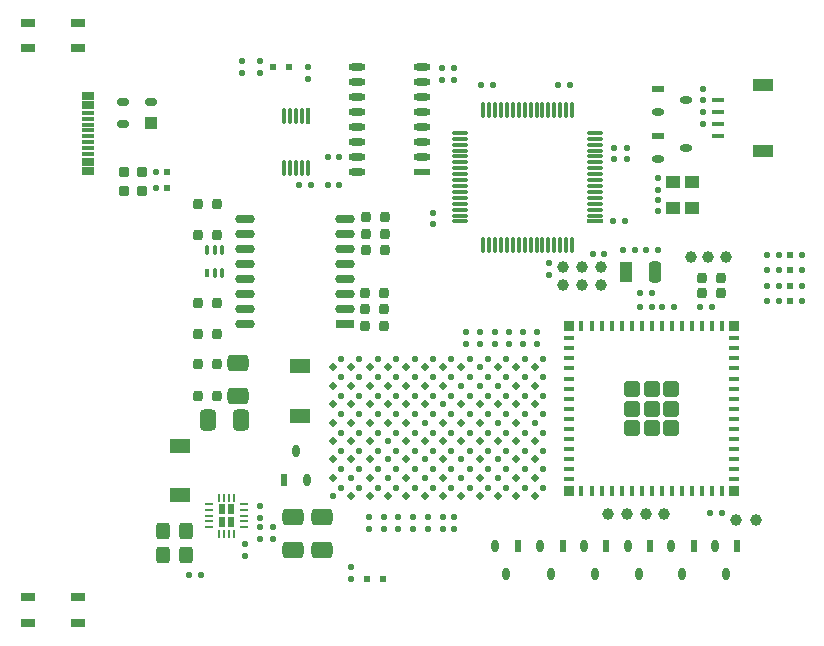
<source format=gtp>
G04*
G04 #@! TF.GenerationSoftware,Altium Limited,Altium Designer,23.7.1 (13)*
G04*
G04 Layer_Color=8421504*
%FSLAX44Y44*%
%MOMM*%
G71*
G04*
G04 #@! TF.SameCoordinates,1C2F31F7-A32A-4C1B-961E-631C19F8B413*
G04*
G04*
G04 #@! TF.FilePolarity,Positive*
G04*
G01*
G75*
%ADD21R,0.6000X0.9000*%
%ADD22R,0.2000X0.7000*%
%ADD23C,1.0000*%
G04:AMPARAMS|DCode=24|XSize=1.2mm|YSize=0.65mm|CornerRadius=0.0325mm|HoleSize=0mm|Usage=FLASHONLY|Rotation=180.000|XOffset=0mm|YOffset=0mm|HoleType=Round|Shape=RoundedRectangle|*
%AMROUNDEDRECTD24*
21,1,1.2000,0.5850,0,0,180.0*
21,1,1.1350,0.6500,0,0,180.0*
1,1,0.0650,-0.5675,0.2925*
1,1,0.0650,0.5675,0.2925*
1,1,0.0650,0.5675,-0.2925*
1,1,0.0650,-0.5675,-0.2925*
%
%ADD24ROUNDEDRECTD24*%
G04:AMPARAMS|DCode=25|XSize=0.4mm|YSize=0.85mm|CornerRadius=0.08mm|HoleSize=0mm|Usage=FLASHONLY|Rotation=0.000|XOffset=0mm|YOffset=0mm|HoleType=Round|Shape=RoundedRectangle|*
%AMROUNDEDRECTD25*
21,1,0.4000,0.6900,0,0,0.0*
21,1,0.2400,0.8500,0,0,0.0*
1,1,0.1600,0.1200,-0.3450*
1,1,0.1600,-0.1200,-0.3450*
1,1,0.1600,-0.1200,0.3450*
1,1,0.1600,0.1200,0.3450*
%
%ADD25ROUNDEDRECTD25*%
G04:AMPARAMS|DCode=26|XSize=0.5mm|YSize=0.5mm|CornerRadius=0.125mm|HoleSize=0mm|Usage=FLASHONLY|Rotation=0.000|XOffset=0mm|YOffset=0mm|HoleType=Round|Shape=RoundedRectangle|*
%AMROUNDEDRECTD26*
21,1,0.5000,0.2500,0,0,0.0*
21,1,0.2500,0.5000,0,0,0.0*
1,1,0.2500,0.1250,-0.1250*
1,1,0.2500,-0.1250,-0.1250*
1,1,0.2500,-0.1250,0.1250*
1,1,0.2500,0.1250,0.1250*
%
%ADD26ROUNDEDRECTD26*%
%ADD27O,1.4500X0.6000*%
G04:AMPARAMS|DCode=28|XSize=0.8mm|YSize=0.9mm|CornerRadius=0.2mm|HoleSize=0mm|Usage=FLASHONLY|Rotation=90.000|XOffset=0mm|YOffset=0mm|HoleType=Round|Shape=RoundedRectangle|*
%AMROUNDEDRECTD28*
21,1,0.8000,0.5000,0,0,90.0*
21,1,0.4000,0.9000,0,0,90.0*
1,1,0.4000,0.2500,0.2000*
1,1,0.4000,0.2500,-0.2000*
1,1,0.4000,-0.2500,-0.2000*
1,1,0.4000,-0.2500,0.2000*
%
%ADD28ROUNDEDRECTD28*%
G04:AMPARAMS|DCode=29|XSize=0.8mm|YSize=0.9mm|CornerRadius=0.2mm|HoleSize=0mm|Usage=FLASHONLY|Rotation=0.000|XOffset=0mm|YOffset=0mm|HoleType=Round|Shape=RoundedRectangle|*
%AMROUNDEDRECTD29*
21,1,0.8000,0.5000,0,0,0.0*
21,1,0.4000,0.9000,0,0,0.0*
1,1,0.4000,0.2000,-0.2500*
1,1,0.4000,-0.2000,-0.2500*
1,1,0.4000,-0.2000,0.2500*
1,1,0.4000,0.2000,0.2500*
%
%ADD29ROUNDEDRECTD29*%
G04:AMPARAMS|DCode=30|XSize=0.6mm|YSize=1.08mm|CornerRadius=0.06mm|HoleSize=0mm|Usage=FLASHONLY|Rotation=270.000|XOffset=0mm|YOffset=0mm|HoleType=Round|Shape=RoundedRectangle|*
%AMROUNDEDRECTD30*
21,1,0.6000,0.9600,0,0,270.0*
21,1,0.4800,1.0800,0,0,270.0*
1,1,0.1200,-0.4800,-0.2400*
1,1,0.1200,-0.4800,0.2400*
1,1,0.1200,0.4800,0.2400*
1,1,0.1200,0.4800,-0.2400*
%
%ADD30ROUNDEDRECTD30*%
G04:AMPARAMS|DCode=31|XSize=0.3mm|YSize=1.08mm|CornerRadius=0.03mm|HoleSize=0mm|Usage=FLASHONLY|Rotation=90.000|XOffset=0mm|YOffset=0mm|HoleType=Round|Shape=RoundedRectangle|*
%AMROUNDEDRECTD31*
21,1,0.3000,1.0200,0,0,90.0*
21,1,0.2400,1.0800,0,0,90.0*
1,1,0.0600,0.5100,0.1200*
1,1,0.0600,0.5100,-0.1200*
1,1,0.0600,-0.5100,-0.1200*
1,1,0.0600,-0.5100,0.1200*
%
%ADD31ROUNDEDRECTD31*%
G04:AMPARAMS|DCode=32|XSize=0.5mm|YSize=0.5mm|CornerRadius=0.125mm|HoleSize=0mm|Usage=FLASHONLY|Rotation=90.000|XOffset=0mm|YOffset=0mm|HoleType=Round|Shape=RoundedRectangle|*
%AMROUNDEDRECTD32*
21,1,0.5000,0.2500,0,0,90.0*
21,1,0.2500,0.5000,0,0,90.0*
1,1,0.2500,0.1250,0.1250*
1,1,0.2500,0.1250,-0.1250*
1,1,0.2500,-0.1250,-0.1250*
1,1,0.2500,-0.1250,0.1250*
%
%ADD32ROUNDEDRECTD32*%
G04:AMPARAMS|DCode=33|XSize=1.4mm|YSize=1.8mm|CornerRadius=0.35mm|HoleSize=0mm|Usage=FLASHONLY|Rotation=90.000|XOffset=0mm|YOffset=0mm|HoleType=Round|Shape=RoundedRectangle|*
%AMROUNDEDRECTD33*
21,1,1.4000,1.1000,0,0,90.0*
21,1,0.7000,1.8000,0,0,90.0*
1,1,0.7000,0.5500,0.3500*
1,1,0.7000,0.5500,-0.3500*
1,1,0.7000,-0.5500,-0.3500*
1,1,0.7000,-0.5500,0.3500*
%
%ADD33ROUNDEDRECTD33*%
G04:AMPARAMS|DCode=34|XSize=0.5mm|YSize=0.5mm|CornerRadius=0.125mm|HoleSize=0mm|Usage=FLASHONLY|Rotation=45.000|XOffset=0mm|YOffset=0mm|HoleType=Round|Shape=RoundedRectangle|*
%AMROUNDEDRECTD34*
21,1,0.5000,0.2500,0,0,45.0*
21,1,0.2500,0.5000,0,0,45.0*
1,1,0.2500,0.1768,0.0000*
1,1,0.2500,0.0000,-0.1768*
1,1,0.2500,-0.1768,0.0000*
1,1,0.2500,0.0000,0.1768*
%
%ADD34ROUNDEDRECTD34*%
%ADD35P,0.7071X4X90.0*%
%ADD36O,0.6000X1.1000*%
%ADD37R,0.6000X1.1000*%
%ADD38R,0.3000X1.4500*%
%ADD39O,0.3000X1.4500*%
G04:AMPARAMS|DCode=40|XSize=1.4mm|YSize=1.8mm|CornerRadius=0.35mm|HoleSize=0mm|Usage=FLASHONLY|Rotation=180.000|XOffset=0mm|YOffset=0mm|HoleType=Round|Shape=RoundedRectangle|*
%AMROUNDEDRECTD40*
21,1,1.4000,1.1000,0,0,180.0*
21,1,0.7000,1.8000,0,0,180.0*
1,1,0.7000,-0.3500,0.5500*
1,1,0.7000,0.3500,0.5500*
1,1,0.7000,0.3500,-0.5500*
1,1,0.7000,-0.3500,-0.5500*
%
%ADD40ROUNDEDRECTD40*%
%ADD41R,0.5000X0.6000*%
%ADD42R,0.5000X0.5000*%
%ADD43R,1.7600X1.3000*%
%ADD44O,1.6500X0.7600*%
%ADD45R,1.6500X0.7600*%
%ADD46O,0.4000X0.8000*%
%ADD47R,0.4000X0.8000*%
%ADD48R,1.4500X0.6000*%
G04:AMPARAMS|DCode=49|XSize=0.9mm|YSize=0.8mm|CornerRadius=0.2mm|HoleSize=0mm|Usage=FLASHONLY|Rotation=90.000|XOffset=0mm|YOffset=0mm|HoleType=Round|Shape=RoundedRectangle|*
%AMROUNDEDRECTD49*
21,1,0.9000,0.4000,0,0,90.0*
21,1,0.5000,0.8000,0,0,90.0*
1,1,0.4000,0.2000,0.2500*
1,1,0.4000,0.2000,-0.2500*
1,1,0.4000,-0.2000,-0.2500*
1,1,0.4000,-0.2000,0.2500*
%
%ADD49ROUNDEDRECTD49*%
G04:AMPARAMS|DCode=50|XSize=1.3mm|YSize=1.3mm|CornerRadius=0.13mm|HoleSize=0mm|Usage=FLASHONLY|Rotation=180.000|XOffset=0mm|YOffset=0mm|HoleType=Round|Shape=RoundedRectangle|*
%AMROUNDEDRECTD50*
21,1,1.3000,1.0400,0,0,180.0*
21,1,1.0400,1.3000,0,0,180.0*
1,1,0.2600,-0.5200,0.5200*
1,1,0.2600,0.5200,0.5200*
1,1,0.2600,0.5200,-0.5200*
1,1,0.2600,-0.5200,-0.5200*
%
%ADD50ROUNDEDRECTD50*%
%ADD51R,0.4000X0.8500*%
%ADD52R,0.8500X0.8500*%
G04:AMPARAMS|DCode=53|XSize=0.4mm|YSize=0.85mm|CornerRadius=0.08mm|HoleSize=0mm|Usage=FLASHONLY|Rotation=90.000|XOffset=0mm|YOffset=0mm|HoleType=Round|Shape=RoundedRectangle|*
%AMROUNDEDRECTD53*
21,1,0.4000,0.6900,0,0,90.0*
21,1,0.2400,0.8500,0,0,90.0*
1,1,0.1600,0.3450,0.1200*
1,1,0.1600,0.3450,-0.1200*
1,1,0.1600,-0.3450,-0.1200*
1,1,0.1600,-0.3450,0.1200*
%
%ADD53ROUNDEDRECTD53*%
G04:AMPARAMS|DCode=54|XSize=1.2mm|YSize=1.4mm|CornerRadius=0.3mm|HoleSize=0mm|Usage=FLASHONLY|Rotation=0.000|XOffset=0mm|YOffset=0mm|HoleType=Round|Shape=RoundedRectangle|*
%AMROUNDEDRECTD54*
21,1,1.2000,0.8000,0,0,0.0*
21,1,0.6000,1.4000,0,0,0.0*
1,1,0.6000,0.3000,-0.4000*
1,1,0.6000,-0.3000,-0.4000*
1,1,0.6000,-0.3000,0.4000*
1,1,0.6000,0.3000,0.4000*
%
%ADD54ROUNDEDRECTD54*%
%ADD55O,1.1000X0.6000*%
%ADD56R,1.1000X0.6000*%
%ADD57R,1.0000X1.0500*%
G04:AMPARAMS|DCode=58|XSize=0.65mm|YSize=1mm|CornerRadius=0.1625mm|HoleSize=0mm|Usage=FLASHONLY|Rotation=270.000|XOffset=0mm|YOffset=0mm|HoleType=Round|Shape=RoundedRectangle|*
%AMROUNDEDRECTD58*
21,1,0.6500,0.6750,0,0,270.0*
21,1,0.3250,1.0000,0,0,270.0*
1,1,0.3250,-0.3375,-0.1625*
1,1,0.3250,-0.3375,0.1625*
1,1,0.3250,0.3375,0.1625*
1,1,0.3250,0.3375,-0.1625*
%
%ADD58ROUNDEDRECTD58*%
%ADD59O,1.4500X0.3000*%
%ADD60R,1.4500X0.3000*%
%ADD61R,1.2000X1.1000*%
G04:AMPARAMS|DCode=62|XSize=1mm|YSize=1.8mm|CornerRadius=0.25mm|HoleSize=0mm|Usage=FLASHONLY|Rotation=0.000|XOffset=0mm|YOffset=0mm|HoleType=Round|Shape=RoundedRectangle|*
%AMROUNDEDRECTD62*
21,1,1.0000,1.3000,0,0,0.0*
21,1,0.5000,1.8000,0,0,0.0*
1,1,0.5000,0.2500,-0.6500*
1,1,0.5000,-0.2500,-0.6500*
1,1,0.5000,-0.2500,0.6500*
1,1,0.5000,0.2500,0.6500*
%
%ADD62ROUNDEDRECTD62*%
%ADD63R,1.0000X1.8000*%
G04:AMPARAMS|DCode=64|XSize=1.1mm|YSize=0.4mm|CornerRadius=0.14mm|HoleSize=0mm|Usage=FLASHONLY|Rotation=180.000|XOffset=0mm|YOffset=0mm|HoleType=Round|Shape=RoundedRectangle|*
%AMROUNDEDRECTD64*
21,1,1.1000,0.1200,0,0,180.0*
21,1,0.8200,0.4000,0,0,180.0*
1,1,0.2800,-0.4100,0.0600*
1,1,0.2800,0.4100,0.0600*
1,1,0.2800,0.4100,-0.0600*
1,1,0.2800,-0.4100,-0.0600*
%
%ADD64ROUNDEDRECTD64*%
G04:AMPARAMS|DCode=65|XSize=1.7mm|YSize=1mm|CornerRadius=0.075mm|HoleSize=0mm|Usage=FLASHONLY|Rotation=180.000|XOffset=0mm|YOffset=0mm|HoleType=Round|Shape=RoundedRectangle|*
%AMROUNDEDRECTD65*
21,1,1.7000,0.8500,0,0,180.0*
21,1,1.5500,1.0000,0,0,180.0*
1,1,0.1500,-0.7750,0.4250*
1,1,0.1500,0.7750,0.4250*
1,1,0.1500,0.7750,-0.4250*
1,1,0.1500,-0.7750,-0.4250*
%
%ADD65ROUNDEDRECTD65*%
%ADD66R,1.1000X0.4000*%
%ADD67O,0.8000X0.2000*%
%ADD68R,0.8000X0.2000*%
D21*
X688001Y608999D02*
D03*
X696000Y609001D02*
D03*
X687999Y598001D02*
D03*
X695999Y598000D02*
D03*
D22*
X697999Y588250D02*
D03*
X694000Y588250D02*
D03*
X686001Y588249D02*
D03*
X690001Y588250D02*
D03*
X686001Y618749D02*
D03*
X690001Y618749D02*
D03*
X697999Y618750D02*
D03*
X694001Y618749D02*
D03*
D23*
X1140000Y600000D02*
D03*
X1123000D02*
D03*
X1062000Y605000D02*
D03*
X1047000D02*
D03*
X1031000D02*
D03*
X1015000D02*
D03*
X977000Y799000D02*
D03*
Y814000D02*
D03*
X993000Y799000D02*
D03*
Y814000D02*
D03*
X1009000Y799000D02*
D03*
Y814000D02*
D03*
X1100000Y822000D02*
D03*
X1115000D02*
D03*
X1085000D02*
D03*
D24*
X523500Y512750D02*
D03*
Y534250D02*
D03*
X566500Y512750D02*
D03*
Y534250D02*
D03*
X523500Y999250D02*
D03*
Y1020750D02*
D03*
X566500Y999250D02*
D03*
Y1020750D02*
D03*
D25*
X1060500Y624000D02*
D03*
X1069000D02*
D03*
X1111500D02*
D03*
X1103000Y764000D02*
D03*
X1094500D02*
D03*
X1077500Y764000D02*
D03*
X1086000Y764000D02*
D03*
X1069000D02*
D03*
X1060500D02*
D03*
X1052000D02*
D03*
X1043500D02*
D03*
X1035000D02*
D03*
X1026500D02*
D03*
X1018000Y764000D02*
D03*
X1103000Y624000D02*
D03*
X1094500D02*
D03*
X1077500D02*
D03*
X1086000Y624000D02*
D03*
X1052000D02*
D03*
X1043500Y624000D02*
D03*
X1035000Y624000D02*
D03*
X1026500Y624000D02*
D03*
X1018000Y624000D02*
D03*
X1009500Y764000D02*
D03*
X1001000Y764000D02*
D03*
X992500Y764000D02*
D03*
X1009500Y624000D02*
D03*
X1001000D02*
D03*
X992500D02*
D03*
D26*
X885000Y602500D02*
D03*
Y592000D02*
D03*
X1111500Y606000D02*
D03*
X875000Y602500D02*
D03*
Y592000D02*
D03*
X1029000Y852500D02*
D03*
X1019000D02*
D03*
X670000Y553500D02*
D03*
X660000D02*
D03*
X1160000Y798000D02*
D03*
X1150000D02*
D03*
X1052000Y792000D02*
D03*
X1042000D02*
D03*
X1052000Y780000D02*
D03*
X1042000D02*
D03*
X1070500D02*
D03*
X1060500D02*
D03*
X1160000Y824000D02*
D03*
X1150000D02*
D03*
X1160000Y811000D02*
D03*
X1150000D02*
D03*
X1160000Y785000D02*
D03*
X1150000D02*
D03*
X753500Y883000D02*
D03*
X763500D02*
D03*
X1179000Y824000D02*
D03*
Y811000D02*
D03*
Y798000D02*
D03*
Y785000D02*
D03*
X777500Y883000D02*
D03*
X787500D02*
D03*
X777500Y907000D02*
D03*
X787500D02*
D03*
X1103000Y780000D02*
D03*
X1093000D02*
D03*
X1101500Y606000D02*
D03*
X632000Y894000D02*
D03*
Y881000D02*
D03*
X982500Y967750D02*
D03*
X972500D02*
D03*
X1057000Y828000D02*
D03*
X1047000D02*
D03*
X1038000D02*
D03*
X1028000D02*
D03*
X917500Y967750D02*
D03*
X907500D02*
D03*
X1002000Y825000D02*
D03*
X1012000D02*
D03*
D27*
X857250Y970750D02*
D03*
X857250Y983450D02*
D03*
X857250Y907250D02*
D03*
X857250Y919950D02*
D03*
Y932650D02*
D03*
Y945350D02*
D03*
Y958050D02*
D03*
X802750Y894550D02*
D03*
Y907250D02*
D03*
Y919950D02*
D03*
Y932650D02*
D03*
Y945350D02*
D03*
Y958050D02*
D03*
Y970750D02*
D03*
Y983450D02*
D03*
D28*
X620000Y878000D02*
D03*
Y894000D02*
D03*
X605000Y878000D02*
D03*
Y894000D02*
D03*
D29*
X668000Y867500D02*
D03*
X684000D02*
D03*
X810000Y842000D02*
D03*
X826000D02*
D03*
X809000Y778000D02*
D03*
X825000D02*
D03*
X1094500Y792000D02*
D03*
X1110500D02*
D03*
X684000Y841000D02*
D03*
X668000D02*
D03*
X684000Y731500D02*
D03*
X668000D02*
D03*
X810000Y828000D02*
D03*
X826000D02*
D03*
X810000Y856000D02*
D03*
X826000D02*
D03*
X825000Y764000D02*
D03*
X809000D02*
D03*
X825000Y792000D02*
D03*
X809000D02*
D03*
X684000Y783500D02*
D03*
X668000D02*
D03*
X668000Y757500D02*
D03*
X684000D02*
D03*
X668000Y704500D02*
D03*
X684000D02*
D03*
D30*
X574500Y895000D02*
D03*
Y959000D02*
D03*
Y951000D02*
D03*
Y903000D02*
D03*
D31*
Y944500D02*
D03*
Y939500D02*
D03*
Y934500D02*
D03*
Y929500D02*
D03*
Y924500D02*
D03*
Y919500D02*
D03*
Y914500D02*
D03*
Y909500D02*
D03*
D32*
X895000Y759000D02*
D03*
X895000Y749000D02*
D03*
X964691Y817309D02*
D03*
Y807309D02*
D03*
X761000Y983000D02*
D03*
Y973000D02*
D03*
X874000Y982000D02*
D03*
Y972000D02*
D03*
X885000Y982000D02*
D03*
Y972000D02*
D03*
X708000Y569500D02*
D03*
Y579500D02*
D03*
X731000Y583500D02*
D03*
Y593500D02*
D03*
X720000Y988000D02*
D03*
Y978000D02*
D03*
X705000Y988000D02*
D03*
Y978000D02*
D03*
X797500Y560000D02*
D03*
Y550000D02*
D03*
X720000Y583500D02*
D03*
Y593500D02*
D03*
Y601500D02*
D03*
Y611500D02*
D03*
X955000Y749000D02*
D03*
X955000Y759000D02*
D03*
X919000Y749000D02*
D03*
X919000Y759000D02*
D03*
X907000Y749000D02*
D03*
X907000Y759000D02*
D03*
X931000Y749000D02*
D03*
X931000Y759000D02*
D03*
X943000Y749000D02*
D03*
X943000Y759000D02*
D03*
X812500Y602500D02*
D03*
X812500Y592500D02*
D03*
X825000Y602500D02*
D03*
X825000Y592500D02*
D03*
X862500Y602500D02*
D03*
Y592500D02*
D03*
X850000Y602500D02*
D03*
X850000Y592500D02*
D03*
X1095000Y945000D02*
D03*
Y935000D02*
D03*
Y955000D02*
D03*
Y965000D02*
D03*
X837500Y602500D02*
D03*
X837500Y592500D02*
D03*
X1031000Y915000D02*
D03*
Y905000D02*
D03*
X1057000Y871000D02*
D03*
Y861000D02*
D03*
Y889000D02*
D03*
Y879000D02*
D03*
X1020000Y915000D02*
D03*
Y905000D02*
D03*
X867000Y860000D02*
D03*
Y850000D02*
D03*
D33*
X772500Y602500D02*
D03*
Y574500D02*
D03*
X748000Y602500D02*
D03*
X748000Y574500D02*
D03*
X701750Y732500D02*
D03*
Y704500D02*
D03*
D34*
X789000Y704887D02*
D03*
X804556Y720444D02*
D03*
X866781Y627105D02*
D03*
X851225Y627105D02*
D03*
X835668Y627105D02*
D03*
X960119Y658217D02*
D03*
X820112Y627105D02*
D03*
X944562Y658217D02*
D03*
X804556Y627105D02*
D03*
X921935Y651146D02*
D03*
X929006Y658217D02*
D03*
X897894Y673774D02*
D03*
X781929Y620034D02*
D03*
X789000Y627105D02*
D03*
X913450Y658217D02*
D03*
X882338Y673774D02*
D03*
X960118Y642661D02*
D03*
X890823Y651146D02*
D03*
X897894Y658217D02*
D03*
X866781Y673774D02*
D03*
X859710Y682260D02*
D03*
X866781Y689331D02*
D03*
X944562Y642661D02*
D03*
X882337Y658218D02*
D03*
X851225Y673774D02*
D03*
X851225Y689331D02*
D03*
X921935Y635590D02*
D03*
X929006Y642661D02*
D03*
X859710Y651147D02*
D03*
X866781Y658218D02*
D03*
X828598Y666703D02*
D03*
X835669Y673774D02*
D03*
X835669Y689331D02*
D03*
X866782Y704887D02*
D03*
X913450Y642661D02*
D03*
X851225Y658218D02*
D03*
X820113Y673774D02*
D03*
X820113Y689331D02*
D03*
X851225Y704887D02*
D03*
X890823Y635590D02*
D03*
X897894Y642661D02*
D03*
X828598Y651147D02*
D03*
X835669Y658218D02*
D03*
X804556Y673774D02*
D03*
Y689331D02*
D03*
X835669Y704887D02*
D03*
X890823Y713372D02*
D03*
X897894Y720443D02*
D03*
X882337Y642661D02*
D03*
X820113Y658218D02*
D03*
X789000Y673774D02*
D03*
X789000Y689331D02*
D03*
X820113Y704887D02*
D03*
X882338Y720443D02*
D03*
X960118Y627104D02*
D03*
X859710Y635590D02*
D03*
X866781Y642661D02*
D03*
X804556Y658218D02*
D03*
X953048Y682259D02*
D03*
X960119Y689330D02*
D03*
X960119Y704886D02*
D03*
X804556Y704887D02*
D03*
X866782Y720443D02*
D03*
X960119Y735999D02*
D03*
X944562Y627104D02*
D03*
X851225Y642661D02*
D03*
X789000Y658218D02*
D03*
X944563Y689330D02*
D03*
X944563Y704886D02*
D03*
X851225Y720444D02*
D03*
X944563Y735999D02*
D03*
X929006Y627104D02*
D03*
X828597Y635590D02*
D03*
X835669Y642661D02*
D03*
X960119Y673773D02*
D03*
X921935Y682259D02*
D03*
X929006Y689330D02*
D03*
X929007Y704887D02*
D03*
X960119Y720443D02*
D03*
X835669Y720444D02*
D03*
X929007Y736000D02*
D03*
X866782Y736000D02*
D03*
X913450Y627104D02*
D03*
X820112Y642662D02*
D03*
X944563Y673774D02*
D03*
X913450Y689330D02*
D03*
X913450Y704887D02*
D03*
X944563Y720443D02*
D03*
X820113Y720444D02*
D03*
X906379Y728929D02*
D03*
X913450Y736000D02*
D03*
X851225Y736000D02*
D03*
X897893Y627104D02*
D03*
X797485Y635591D02*
D03*
X804556Y642662D02*
D03*
X929006Y673774D02*
D03*
X897894Y689330D02*
D03*
X897894Y704887D02*
D03*
X921936Y713372D02*
D03*
X929007Y720443D02*
D03*
X882337Y627105D02*
D03*
X789000Y642662D02*
D03*
X913450Y673774D02*
D03*
X882338Y689331D02*
D03*
X875267Y697816D02*
D03*
X882338Y704887D02*
D03*
X906379Y713372D02*
D03*
X913450Y720443D02*
D03*
X897894Y736000D02*
D03*
X835669Y736000D02*
D03*
X804556D02*
D03*
X789000Y720444D02*
D03*
X882338Y736000D02*
D03*
X820113Y736000D02*
D03*
X789000D02*
D03*
D35*
X781929Y697816D02*
D03*
X797485Y713373D02*
D03*
X859710Y620034D02*
D03*
X844154Y620034D02*
D03*
X828597Y620034D02*
D03*
X953048Y651146D02*
D03*
X813041Y620034D02*
D03*
X937491Y651146D02*
D03*
X797485Y620034D02*
D03*
X890823Y666703D02*
D03*
X906379Y651146D02*
D03*
X875266Y666703D02*
D03*
X953047Y635589D02*
D03*
X859710Y666703D02*
D03*
X937491Y635589D02*
D03*
X875266Y651146D02*
D03*
X844154Y666703D02*
D03*
X844154Y682260D02*
D03*
X828598Y682260D02*
D03*
X859710Y697816D02*
D03*
X906379Y635590D02*
D03*
X844154Y651147D02*
D03*
X813042Y666703D02*
D03*
X813042Y682260D02*
D03*
X844154Y697816D02*
D03*
X797485Y666703D02*
D03*
X797485Y682260D02*
D03*
X828598Y697816D02*
D03*
X875266Y635590D02*
D03*
X813041Y651147D02*
D03*
X781929Y666703D02*
D03*
X781929Y682260D02*
D03*
X813042Y697816D02*
D03*
X875267Y713372D02*
D03*
X953047Y620033D02*
D03*
X797485Y651147D02*
D03*
X953048Y697815D02*
D03*
X797485Y697816D02*
D03*
X859711Y713372D02*
D03*
X953048Y728928D02*
D03*
X937491Y620033D02*
D03*
X844154Y635590D02*
D03*
X781929Y651147D02*
D03*
X937492Y682259D02*
D03*
X937492Y697815D02*
D03*
X844154Y713372D02*
D03*
X937492Y728928D02*
D03*
X921935Y620033D02*
D03*
X953048Y666702D02*
D03*
X921935Y697816D02*
D03*
X953048Y713372D02*
D03*
X828598Y713372D02*
D03*
X921936Y728929D02*
D03*
X859711Y728929D02*
D03*
X906379Y620033D02*
D03*
X813041Y635590D02*
D03*
X937492Y666702D02*
D03*
X906379Y682259D02*
D03*
X906379Y697816D02*
D03*
X937492Y713372D02*
D03*
X813042Y713373D02*
D03*
X844154Y728929D02*
D03*
X890822Y620033D02*
D03*
X921935Y666703D02*
D03*
X890823Y682259D02*
D03*
X890823Y697816D02*
D03*
X875266Y620033D02*
D03*
X781929Y635591D02*
D03*
X906379Y666703D02*
D03*
X875267Y682259D02*
D03*
X890823Y728929D02*
D03*
X828598Y728929D02*
D03*
X797485Y728929D02*
D03*
X781929Y713372D02*
D03*
X875267Y728929D02*
D03*
X813042Y728929D02*
D03*
X781929Y728929D02*
D03*
D36*
X750500Y658000D02*
D03*
X760000Y634000D02*
D03*
X929000Y554000D02*
D03*
X919500Y578000D02*
D03*
X967000Y554000D02*
D03*
X957500Y578000D02*
D03*
X1004000Y554000D02*
D03*
X994500Y578000D02*
D03*
X1041000Y554000D02*
D03*
X1031500Y578000D02*
D03*
X1078000Y554000D02*
D03*
X1068500Y578000D02*
D03*
X1115000Y554000D02*
D03*
X1105500Y578000D02*
D03*
D37*
X741000Y634000D02*
D03*
X938500Y578000D02*
D03*
X976500D02*
D03*
X1013500D02*
D03*
X1050500Y578000D02*
D03*
X1087500Y578000D02*
D03*
X1124500Y578000D02*
D03*
D38*
X761000Y942000D02*
D03*
D39*
X756000D02*
D03*
X751000D02*
D03*
X746000D02*
D03*
X741000D02*
D03*
X761000Y898000D02*
D03*
X756000D02*
D03*
X751000D02*
D03*
X746000D02*
D03*
X741000D02*
D03*
X984500Y832750D02*
D03*
X979500D02*
D03*
X974500D02*
D03*
X969500D02*
D03*
X964500Y832750D02*
D03*
X959500D02*
D03*
X954500Y832750D02*
D03*
X949500D02*
D03*
X944500D02*
D03*
X939500D02*
D03*
X934500Y832750D02*
D03*
X929500D02*
D03*
X924500Y832750D02*
D03*
X919500D02*
D03*
X914500D02*
D03*
X909500D02*
D03*
Y947250D02*
D03*
X914500D02*
D03*
X919500D02*
D03*
X924500D02*
D03*
X929500Y947250D02*
D03*
X934500D02*
D03*
X939500Y947250D02*
D03*
X944500D02*
D03*
X949500D02*
D03*
X954500D02*
D03*
X959500Y947250D02*
D03*
X964500D02*
D03*
X969500Y947250D02*
D03*
X974500D02*
D03*
X979500D02*
D03*
X984500D02*
D03*
D40*
X704000Y684500D02*
D03*
X676000D02*
D03*
D41*
X810500Y550000D02*
D03*
X824500D02*
D03*
X745000Y983000D02*
D03*
X731000D02*
D03*
D42*
X1169000Y824000D02*
D03*
Y811000D02*
D03*
Y798000D02*
D03*
Y785000D02*
D03*
X642000Y894000D02*
D03*
Y881000D02*
D03*
D43*
X754000Y688000D02*
D03*
Y730000D02*
D03*
X653000Y662500D02*
D03*
Y620500D02*
D03*
D44*
X792550Y854450D02*
D03*
Y841750D02*
D03*
Y829050D02*
D03*
Y816350D02*
D03*
Y803650D02*
D03*
Y790950D02*
D03*
Y778250D02*
D03*
X707450Y765550D02*
D03*
Y778250D02*
D03*
Y790950D02*
D03*
Y803650D02*
D03*
Y816350D02*
D03*
Y829050D02*
D03*
Y841750D02*
D03*
Y854450D02*
D03*
D45*
X792550Y765550D02*
D03*
D46*
X688500Y828500D02*
D03*
X682000D02*
D03*
X675500D02*
D03*
X688500Y808500D02*
D03*
X682000D02*
D03*
D47*
X675500D02*
D03*
D48*
X857250Y894550D02*
D03*
D49*
X1094500Y805000D02*
D03*
X1110500D02*
D03*
D50*
X1035500Y710500D02*
D03*
X1052000D02*
D03*
X1068500Y710500D02*
D03*
Y694000D02*
D03*
X1052000D02*
D03*
X1035500D02*
D03*
X1035500Y677500D02*
D03*
X1052000Y677500D02*
D03*
X1068500Y677500D02*
D03*
D51*
X1111500Y764000D02*
D03*
D52*
X1122000D02*
D03*
Y624000D02*
D03*
X982000Y764000D02*
D03*
X982000Y624000D02*
D03*
D53*
X1122000Y753500D02*
D03*
Y745000D02*
D03*
Y736500D02*
D03*
Y719500D02*
D03*
Y728000D02*
D03*
Y711000D02*
D03*
Y702500D02*
D03*
Y694000D02*
D03*
X1122000Y677000D02*
D03*
X1122000Y685500D02*
D03*
Y668500D02*
D03*
Y660000D02*
D03*
Y651500D02*
D03*
Y634500D02*
D03*
Y643000D02*
D03*
X982000Y753500D02*
D03*
X982000Y745000D02*
D03*
Y736500D02*
D03*
X982000Y719500D02*
D03*
X982000Y728000D02*
D03*
Y711000D02*
D03*
X982000Y702500D02*
D03*
X982000Y694000D02*
D03*
Y677000D02*
D03*
X982000Y685500D02*
D03*
X982000Y668500D02*
D03*
Y660000D02*
D03*
X982000Y651500D02*
D03*
X982000Y634500D02*
D03*
Y643000D02*
D03*
D54*
X638002Y570451D02*
D03*
X658001D02*
D03*
X638002Y590451D02*
D03*
X658001D02*
D03*
D55*
X1081000Y915000D02*
D03*
X1057000Y905500D02*
D03*
X1081000Y955000D02*
D03*
X1057000Y945500D02*
D03*
D56*
Y924500D02*
D03*
Y964500D02*
D03*
D57*
X628000Y936000D02*
D03*
D58*
Y954000D02*
D03*
X604000D02*
D03*
Y935000D02*
D03*
D59*
X889750Y852500D02*
D03*
Y857500D02*
D03*
Y862500D02*
D03*
Y867500D02*
D03*
X889750Y872500D02*
D03*
Y877500D02*
D03*
X889750Y882500D02*
D03*
Y887500D02*
D03*
Y892500D02*
D03*
Y897500D02*
D03*
X889750Y902500D02*
D03*
Y907500D02*
D03*
X889750Y912500D02*
D03*
Y917500D02*
D03*
Y922500D02*
D03*
Y927500D02*
D03*
X1004250D02*
D03*
Y922500D02*
D03*
Y917500D02*
D03*
Y912500D02*
D03*
X1004250Y907500D02*
D03*
Y902500D02*
D03*
X1004250Y897500D02*
D03*
Y892500D02*
D03*
Y887500D02*
D03*
Y882500D02*
D03*
X1004250Y877500D02*
D03*
Y872500D02*
D03*
X1004250Y867500D02*
D03*
Y862500D02*
D03*
Y857500D02*
D03*
D60*
Y852500D02*
D03*
D61*
X1070250Y864250D02*
D03*
X1070250Y885750D02*
D03*
X1085750D02*
D03*
X1085750Y864250D02*
D03*
D62*
X1055000Y810000D02*
D03*
D63*
X1030000Y810000D02*
D03*
D64*
X1108000Y955000D02*
D03*
X1108000Y945000D02*
D03*
Y935000D02*
D03*
D65*
X1146500Y912000D02*
D03*
Y968000D02*
D03*
D66*
X1108000Y925000D02*
D03*
D67*
X706750Y603500D02*
D03*
Y598500D02*
D03*
Y608500D02*
D03*
Y613500D02*
D03*
Y593500D02*
D03*
X677250Y603500D02*
D03*
Y608500D02*
D03*
Y598500D02*
D03*
Y593500D02*
D03*
D68*
Y613500D02*
D03*
M02*

</source>
